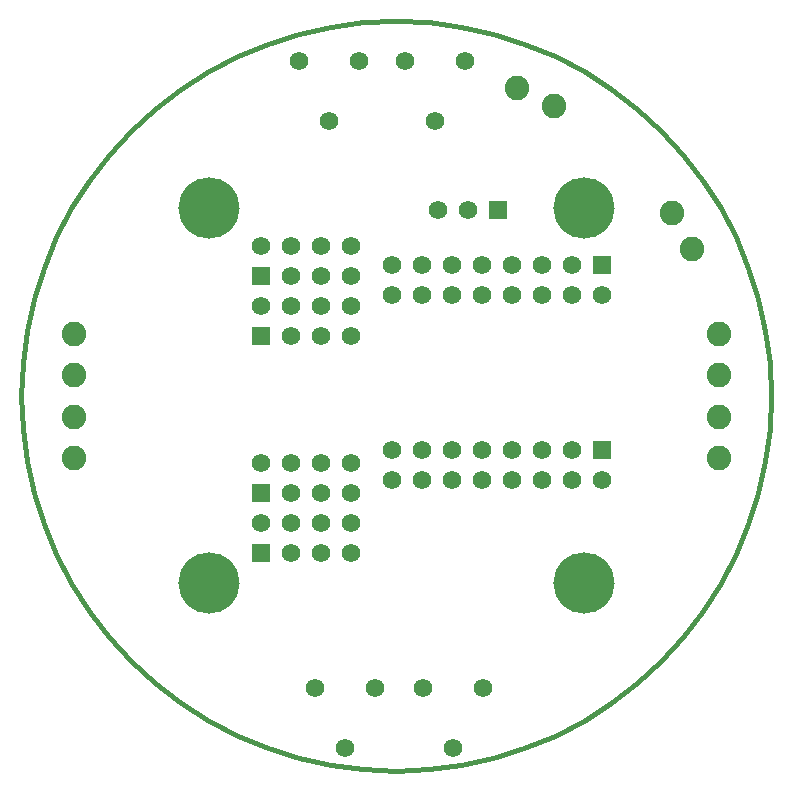
<source format=gbs>
G04 (created by PCBNEW-RS274X (2012-01-19 BZR 3256)-stable) date 4/6/2012 2:10:12 AM*
G01*
G70*
G90*
%MOIN*%
G04 Gerber Fmt 3.4, Leading zero omitted, Abs format*
%FSLAX34Y34*%
G04 APERTURE LIST*
%ADD10C,0.006000*%
%ADD11C,0.015000*%
%ADD12C,0.204000*%
%ADD13C,0.082000*%
%ADD14R,0.062000X0.062000*%
%ADD15C,0.062000*%
G04 APERTURE END LIST*
G54D10*
G54D11*
X10000Y-22500D02*
X10048Y-23589D01*
X10190Y-24670D01*
X10426Y-25735D01*
X10754Y-26775D01*
X11172Y-27782D01*
X11675Y-28749D01*
X12261Y-29669D01*
X12925Y-30534D01*
X13662Y-31338D01*
X14466Y-32075D01*
X15331Y-32739D01*
X16251Y-33325D01*
X17218Y-33828D01*
X18225Y-34246D01*
X19265Y-34574D01*
X20330Y-34810D01*
X21411Y-34952D01*
X22500Y-35000D01*
X22500Y-35000D02*
X23589Y-34952D01*
X24670Y-34810D01*
X25735Y-34574D01*
X26775Y-34246D01*
X27782Y-33828D01*
X28750Y-33325D01*
X29669Y-32739D01*
X30534Y-32075D01*
X31338Y-31338D01*
X32075Y-30534D01*
X32739Y-29669D01*
X33325Y-28749D01*
X33828Y-27782D01*
X34246Y-26775D01*
X34574Y-25735D01*
X34810Y-24670D01*
X34952Y-23589D01*
X35000Y-22500D01*
X35000Y-22500D02*
X34952Y-21411D01*
X34810Y-20330D01*
X34574Y-19265D01*
X34246Y-18225D01*
X33828Y-17218D01*
X33325Y-16251D01*
X32739Y-15331D01*
X32075Y-14466D01*
X31338Y-13662D01*
X30534Y-12925D01*
X29669Y-12261D01*
X28750Y-11675D01*
X27782Y-11172D01*
X26775Y-10754D01*
X25735Y-10426D01*
X24670Y-10190D01*
X23589Y-10048D01*
X22500Y-10000D01*
X22500Y-10000D02*
X21411Y-10048D01*
X20330Y-10190D01*
X19265Y-10426D01*
X18225Y-10754D01*
X17218Y-11172D01*
X16251Y-11675D01*
X15331Y-12261D01*
X14466Y-12925D01*
X13662Y-13662D01*
X12925Y-14466D01*
X12261Y-15331D01*
X11675Y-16251D01*
X11172Y-17218D01*
X10754Y-18225D01*
X10426Y-19265D01*
X10190Y-20330D01*
X10048Y-21411D01*
X10000Y-22500D01*
G54D12*
X16250Y-16250D03*
X28750Y-16250D03*
X16250Y-28750D03*
X28750Y-28750D03*
G54D13*
X11750Y-24569D03*
X11750Y-23191D03*
X11750Y-21809D03*
X11750Y-20431D03*
X26525Y-12239D03*
X27773Y-12821D03*
X33250Y-23191D03*
X33250Y-24569D03*
G54D14*
X29350Y-24300D03*
G54D15*
X29350Y-25300D03*
X28350Y-24300D03*
X28350Y-25300D03*
X27350Y-24300D03*
X27350Y-25300D03*
X26350Y-24300D03*
X26350Y-25300D03*
X25350Y-24300D03*
X25350Y-25300D03*
X24350Y-24300D03*
X24350Y-25300D03*
X23350Y-24300D03*
X23350Y-25300D03*
X22350Y-24300D03*
X22350Y-25300D03*
G54D14*
X29375Y-18125D03*
G54D15*
X29375Y-19125D03*
X28375Y-18125D03*
X28375Y-19125D03*
X27375Y-18125D03*
X27375Y-19125D03*
X26375Y-18125D03*
X26375Y-19125D03*
X25375Y-18125D03*
X25375Y-19125D03*
X24375Y-18125D03*
X24375Y-19125D03*
X23375Y-18125D03*
X23375Y-19125D03*
X22375Y-18125D03*
X22375Y-19125D03*
G54D14*
X18000Y-27750D03*
G54D15*
X18000Y-26750D03*
X19000Y-27750D03*
X19000Y-26750D03*
X20000Y-27750D03*
X20000Y-26750D03*
X21000Y-27750D03*
X21000Y-26750D03*
G54D14*
X18000Y-20500D03*
G54D15*
X18000Y-19500D03*
X19000Y-20500D03*
X19000Y-19500D03*
X20000Y-20500D03*
X20000Y-19500D03*
X21000Y-20500D03*
X21000Y-19500D03*
G54D14*
X18000Y-25750D03*
G54D15*
X18000Y-24750D03*
X19000Y-25750D03*
X19000Y-24750D03*
X20000Y-25750D03*
X20000Y-24750D03*
X21000Y-25750D03*
X21000Y-24750D03*
G54D14*
X18000Y-18500D03*
G54D15*
X18000Y-17500D03*
X19000Y-18500D03*
X19000Y-17500D03*
X20000Y-18500D03*
X20000Y-17500D03*
X21000Y-18500D03*
X21000Y-17500D03*
G54D13*
X33250Y-20431D03*
X33250Y-21809D03*
X32370Y-17597D03*
X31682Y-16403D03*
G54D14*
X25900Y-16300D03*
G54D15*
X24900Y-16300D03*
X23900Y-16300D03*
X21800Y-32250D03*
X20800Y-34250D03*
X19800Y-32250D03*
X21250Y-11350D03*
X20250Y-13350D03*
X19250Y-11350D03*
X25400Y-32250D03*
X24400Y-34250D03*
X23400Y-32250D03*
X24800Y-11350D03*
X23800Y-13350D03*
X22800Y-11350D03*
M02*

</source>
